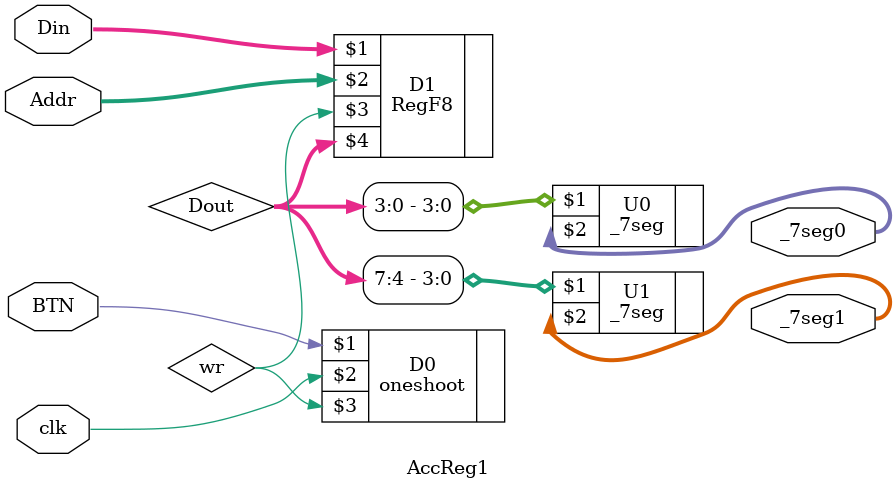
<source format=v>
module AccReg1(Din,BTN,Addr,clk,_7seg0,_7seg1);
input [7:0]Din;
input BTN,clk;
input [2:0]Addr;
output [6:0] _7seg0,_7seg1;
wire [7:0] Dout;
  
  oneshoot D0(BTN,clk,wr);
  RegF8 D1(Din,Addr,wr,Dout);
  _7seg U0(Dout[3:0],_7seg0);
  _7seg U1(Dout[7:4],_7seg1);
endmodule  
</source>
